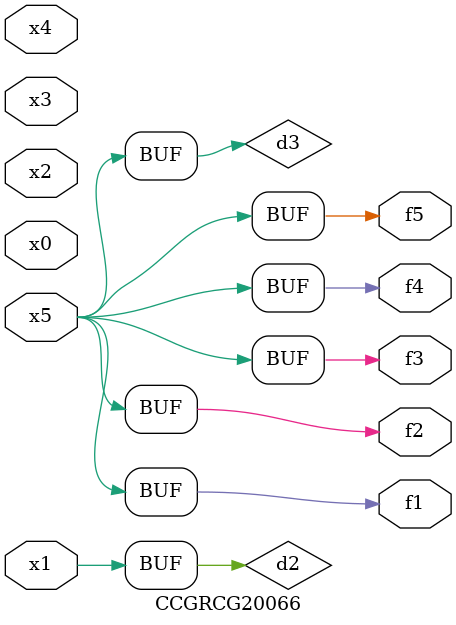
<source format=v>
module CCGRCG20066(
	input x0, x1, x2, x3, x4, x5,
	output f1, f2, f3, f4, f5
);

	wire d1, d2, d3;

	not (d1, x5);
	or (d2, x1);
	xnor (d3, d1);
	assign f1 = d3;
	assign f2 = d3;
	assign f3 = d3;
	assign f4 = d3;
	assign f5 = d3;
endmodule

</source>
